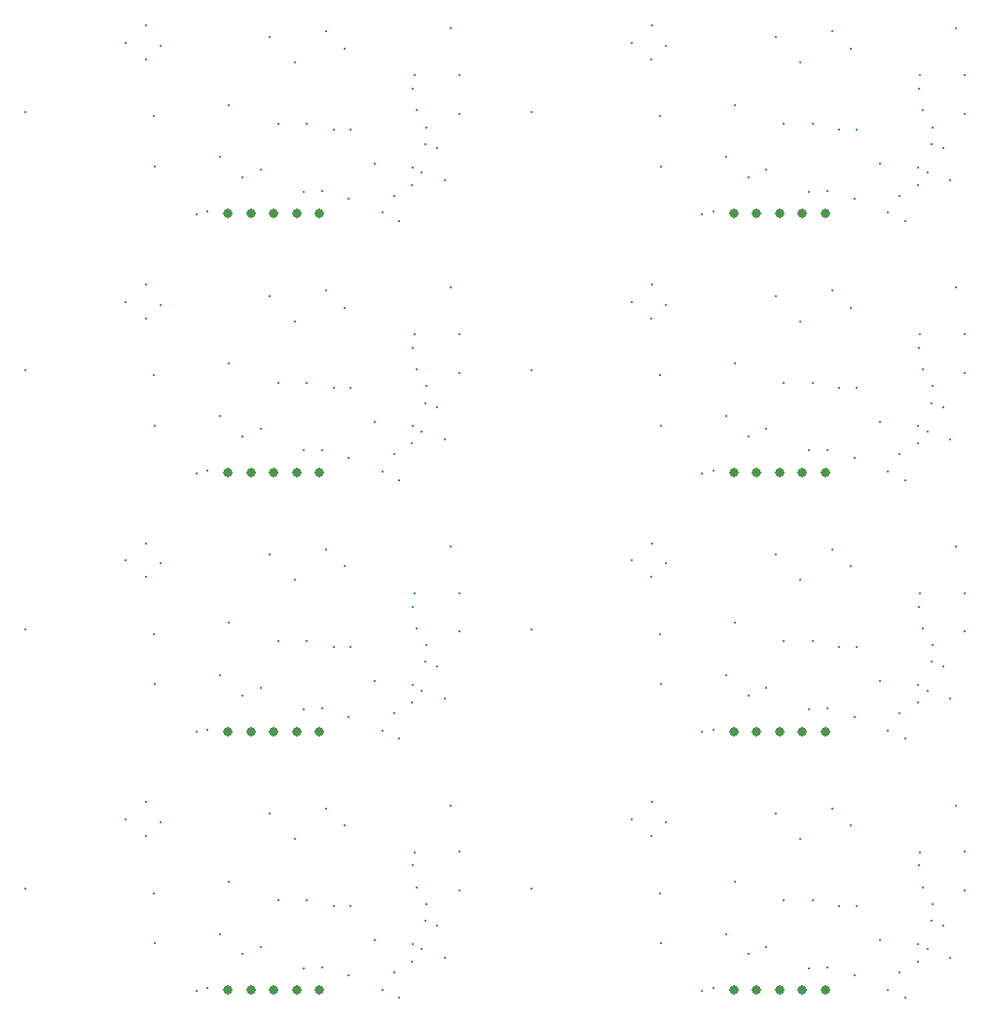
<source format=gbr>
%TF.GenerationSoftware,KiCad,Pcbnew,8.0.0*%
%TF.CreationDate,2024-05-28T16:04:05+09:00*%
%TF.ProjectId,Panel,50616e65-6c2e-46b6-9963-61645f706362,rev?*%
%TF.SameCoordinates,Original*%
%TF.FileFunction,Plated,1,2,PTH,Drill*%
%TF.FilePolarity,Positive*%
%FSLAX46Y46*%
G04 Gerber Fmt 4.6, Leading zero omitted, Abs format (unit mm)*
G04 Created by KiCad (PCBNEW 8.0.0) date 2024-05-28 16:04:05*
%MOMM*%
%LPD*%
G01*
G04 APERTURE LIST*
%TA.AperFunction,ViaDrill*%
%ADD10C,0.300000*%
%TD*%
%TA.AperFunction,ComponentDrill*%
%ADD11C,0.800000*%
%TD*%
G04 APERTURE END LIST*
D10*
X108250000Y-30000000D03*
X108250000Y-52500000D03*
X108250000Y-75000000D03*
X108250000Y-97500000D03*
X117000000Y-24000000D03*
X117000000Y-46500000D03*
X117000000Y-69000000D03*
X117000000Y-91500000D03*
X118725000Y-25438347D03*
X118725000Y-47938347D03*
X118725000Y-70438347D03*
X118725000Y-92938347D03*
X118750000Y-22500000D03*
X118750000Y-45000000D03*
X118750000Y-67500000D03*
X118750000Y-90000000D03*
X119431000Y-30396000D03*
X119431000Y-52896000D03*
X119431000Y-75396000D03*
X119431000Y-97896000D03*
X119500000Y-34750000D03*
X119500000Y-57250000D03*
X119500000Y-79750000D03*
X119500000Y-102250000D03*
X120000000Y-24250000D03*
X120000000Y-46750000D03*
X120000000Y-69250000D03*
X120000000Y-91750000D03*
X123114000Y-38905000D03*
X123114000Y-61405000D03*
X123114000Y-83905000D03*
X123114000Y-106405000D03*
X124086871Y-38673639D03*
X124086871Y-61173639D03*
X124086871Y-83673639D03*
X124086871Y-106173639D03*
X125223000Y-33952000D03*
X125223000Y-56452000D03*
X125223000Y-78952000D03*
X125223000Y-101452000D03*
X125943921Y-29400498D03*
X125943921Y-51900498D03*
X125943921Y-74400498D03*
X125943921Y-96900498D03*
X127129843Y-35704262D03*
X127129843Y-58204262D03*
X127129843Y-80704262D03*
X127129843Y-103204262D03*
X128702000Y-35058000D03*
X128702000Y-57558000D03*
X128702000Y-80058000D03*
X128702000Y-102558000D03*
X129500002Y-23488204D03*
X129500002Y-45988204D03*
X129500002Y-68488204D03*
X129500002Y-90988204D03*
X130226000Y-31019178D03*
X130226000Y-53519178D03*
X130226000Y-76019178D03*
X130226000Y-98519178D03*
X131673449Y-25699785D03*
X131673449Y-48199785D03*
X131673449Y-70699785D03*
X131673449Y-93199785D03*
X132445865Y-36933865D03*
X132445865Y-59433865D03*
X132445865Y-81933865D03*
X132445865Y-104433865D03*
X132749500Y-31026507D03*
X132749500Y-53526507D03*
X132749500Y-76026507D03*
X132749500Y-98526507D03*
X134036000Y-36873000D03*
X134036000Y-59373000D03*
X134036000Y-81873000D03*
X134036000Y-104373000D03*
X134410345Y-23025606D03*
X134410345Y-45525606D03*
X134410345Y-68025606D03*
X134410345Y-90525606D03*
X135068081Y-31525455D03*
X135068081Y-54025455D03*
X135068081Y-76525455D03*
X135068081Y-99025455D03*
X136024000Y-24500000D03*
X136024000Y-47000000D03*
X136024000Y-69500000D03*
X136024000Y-92000000D03*
X136395960Y-37576000D03*
X136395960Y-60076000D03*
X136395960Y-82576000D03*
X136395960Y-105076000D03*
X136518081Y-31512047D03*
X136518081Y-54012047D03*
X136518081Y-76512047D03*
X136518081Y-99012047D03*
X138618149Y-34470149D03*
X138618149Y-56970149D03*
X138618149Y-79470149D03*
X138618149Y-101970149D03*
X139300000Y-38778000D03*
X139300000Y-61278000D03*
X139300000Y-83778000D03*
X139300000Y-106278000D03*
X140316998Y-37274500D03*
X140316998Y-59774500D03*
X140316998Y-82274500D03*
X140316998Y-104774500D03*
X140750000Y-39500000D03*
X140750000Y-62000000D03*
X140750000Y-84500000D03*
X140750000Y-107000000D03*
X141884929Y-36337461D03*
X141884929Y-58837461D03*
X141884929Y-81337461D03*
X141884929Y-103837461D03*
X141916203Y-34824255D03*
X141916203Y-57324255D03*
X141916203Y-79824255D03*
X141916203Y-102324255D03*
X141986000Y-28008400D03*
X141986000Y-50508400D03*
X141986000Y-73008400D03*
X141986000Y-95508400D03*
X142075850Y-26838150D03*
X142075850Y-49338150D03*
X142075850Y-71838150D03*
X142075850Y-94338150D03*
X142291000Y-29888000D03*
X142291000Y-52388000D03*
X142291000Y-74888000D03*
X142291000Y-97388000D03*
X142695346Y-35274044D03*
X142695346Y-57774044D03*
X142695346Y-80274044D03*
X142695346Y-102774044D03*
X143053000Y-32809000D03*
X143053000Y-55309000D03*
X143053000Y-77809000D03*
X143053000Y-100309000D03*
X143121153Y-31343847D03*
X143121153Y-53843847D03*
X143121153Y-76343847D03*
X143121153Y-98843847D03*
X144066587Y-33184831D03*
X144066587Y-55684831D03*
X144066587Y-78184831D03*
X144066587Y-100684831D03*
X144710951Y-35990951D03*
X144710951Y-58490951D03*
X144710951Y-80990951D03*
X144710951Y-103490951D03*
X145212000Y-22776000D03*
X145212000Y-45276000D03*
X145212000Y-67776000D03*
X145212000Y-90276000D03*
X145991493Y-26825112D03*
X145991493Y-49325112D03*
X145991493Y-71825112D03*
X145991493Y-94325112D03*
X145993707Y-30176769D03*
X145993707Y-52676769D03*
X145993707Y-75176769D03*
X145993707Y-97676769D03*
X152250000Y-30000000D03*
X152250000Y-52500000D03*
X152250000Y-75000000D03*
X152250000Y-97500000D03*
X161000000Y-24000000D03*
X161000000Y-46500000D03*
X161000000Y-69000000D03*
X161000000Y-91500000D03*
X162725000Y-25438347D03*
X162725000Y-47938347D03*
X162725000Y-70438347D03*
X162725000Y-92938347D03*
X162750000Y-22500000D03*
X162750000Y-45000000D03*
X162750000Y-67500000D03*
X162750000Y-90000000D03*
X163431000Y-30396000D03*
X163431000Y-52896000D03*
X163431000Y-75396000D03*
X163431000Y-97896000D03*
X163500000Y-34750000D03*
X163500000Y-57250000D03*
X163500000Y-79750000D03*
X163500000Y-102250000D03*
X164000000Y-24250000D03*
X164000000Y-46750000D03*
X164000000Y-69250000D03*
X164000000Y-91750000D03*
X167114000Y-38905000D03*
X167114000Y-61405000D03*
X167114000Y-83905000D03*
X167114000Y-106405000D03*
X168086871Y-38673639D03*
X168086871Y-61173639D03*
X168086871Y-83673639D03*
X168086871Y-106173639D03*
X169223000Y-33952000D03*
X169223000Y-56452000D03*
X169223000Y-78952000D03*
X169223000Y-101452000D03*
X169943921Y-29400498D03*
X169943921Y-51900498D03*
X169943921Y-74400498D03*
X169943921Y-96900498D03*
X171129843Y-35704262D03*
X171129843Y-58204262D03*
X171129843Y-80704262D03*
X171129843Y-103204262D03*
X172702000Y-35058000D03*
X172702000Y-57558000D03*
X172702000Y-80058000D03*
X172702000Y-102558000D03*
X173500002Y-23488204D03*
X173500002Y-45988204D03*
X173500002Y-68488204D03*
X173500002Y-90988204D03*
X174226000Y-31019178D03*
X174226000Y-53519178D03*
X174226000Y-76019178D03*
X174226000Y-98519178D03*
X175673449Y-25699785D03*
X175673449Y-48199785D03*
X175673449Y-70699785D03*
X175673449Y-93199785D03*
X176445865Y-36933865D03*
X176445865Y-59433865D03*
X176445865Y-81933865D03*
X176445865Y-104433865D03*
X176749500Y-31026507D03*
X176749500Y-53526507D03*
X176749500Y-76026507D03*
X176749500Y-98526507D03*
X178036000Y-36873000D03*
X178036000Y-59373000D03*
X178036000Y-81873000D03*
X178036000Y-104373000D03*
X178410345Y-23025606D03*
X178410345Y-45525606D03*
X178410345Y-68025606D03*
X178410345Y-90525606D03*
X179068081Y-31525455D03*
X179068081Y-54025455D03*
X179068081Y-76525455D03*
X179068081Y-99025455D03*
X180024000Y-24500000D03*
X180024000Y-47000000D03*
X180024000Y-69500000D03*
X180024000Y-92000000D03*
X180395960Y-37576000D03*
X180395960Y-60076000D03*
X180395960Y-82576000D03*
X180395960Y-105076000D03*
X180518081Y-31512047D03*
X180518081Y-54012047D03*
X180518081Y-76512047D03*
X180518081Y-99012047D03*
X182618149Y-34470149D03*
X182618149Y-56970149D03*
X182618149Y-79470149D03*
X182618149Y-101970149D03*
X183300000Y-38778000D03*
X183300000Y-61278000D03*
X183300000Y-83778000D03*
X183300000Y-106278000D03*
X184316998Y-37274500D03*
X184316998Y-59774500D03*
X184316998Y-82274500D03*
X184316998Y-104774500D03*
X184750000Y-39500000D03*
X184750000Y-62000000D03*
X184750000Y-84500000D03*
X184750000Y-107000000D03*
X185884929Y-36337461D03*
X185884929Y-58837461D03*
X185884929Y-81337461D03*
X185884929Y-103837461D03*
X185916203Y-34824255D03*
X185916203Y-57324255D03*
X185916203Y-79824255D03*
X185916203Y-102324255D03*
X185986000Y-28008400D03*
X185986000Y-50508400D03*
X185986000Y-73008400D03*
X185986000Y-95508400D03*
X186075850Y-26838150D03*
X186075850Y-49338150D03*
X186075850Y-71838150D03*
X186075850Y-94338150D03*
X186291000Y-29888000D03*
X186291000Y-52388000D03*
X186291000Y-74888000D03*
X186291000Y-97388000D03*
X186695346Y-35274044D03*
X186695346Y-57774044D03*
X186695346Y-80274044D03*
X186695346Y-102774044D03*
X187053000Y-32809000D03*
X187053000Y-55309000D03*
X187053000Y-77809000D03*
X187053000Y-100309000D03*
X187121153Y-31343847D03*
X187121153Y-53843847D03*
X187121153Y-76343847D03*
X187121153Y-98843847D03*
X188066587Y-33184831D03*
X188066587Y-55684831D03*
X188066587Y-78184831D03*
X188066587Y-100684831D03*
X188710951Y-35990951D03*
X188710951Y-58490951D03*
X188710951Y-80990951D03*
X188710951Y-103490951D03*
X189212000Y-22776000D03*
X189212000Y-45276000D03*
X189212000Y-67776000D03*
X189212000Y-90276000D03*
X189991493Y-26825112D03*
X189991493Y-49325112D03*
X189991493Y-71825112D03*
X189991493Y-94325112D03*
X189993707Y-30176769D03*
X189993707Y-52676769D03*
X189993707Y-75176769D03*
X189993707Y-97676769D03*
D11*
%TO.C,J1*%
X125851363Y-38843235D03*
X125851363Y-61343235D03*
X125851363Y-83843235D03*
X125851363Y-106343235D03*
X127851363Y-38843235D03*
X127851363Y-61343235D03*
X127851363Y-83843235D03*
X127851363Y-106343235D03*
X129851363Y-38843235D03*
X129851363Y-61343235D03*
X129851363Y-83843235D03*
X129851363Y-106343235D03*
X131851363Y-38843235D03*
X131851363Y-61343235D03*
X131851363Y-83843235D03*
X131851363Y-106343235D03*
X133851363Y-38843235D03*
X133851363Y-61343235D03*
X133851363Y-83843235D03*
X133851363Y-106343235D03*
X169851363Y-38843235D03*
X169851363Y-61343235D03*
X169851363Y-83843235D03*
X169851363Y-106343235D03*
X171851363Y-38843235D03*
X171851363Y-61343235D03*
X171851363Y-83843235D03*
X171851363Y-106343235D03*
X173851363Y-38843235D03*
X173851363Y-61343235D03*
X173851363Y-83843235D03*
X173851363Y-106343235D03*
X175851363Y-38843235D03*
X175851363Y-61343235D03*
X175851363Y-83843235D03*
X175851363Y-106343235D03*
X177851363Y-38843235D03*
X177851363Y-61343235D03*
X177851363Y-83843235D03*
X177851363Y-106343235D03*
M02*

</source>
